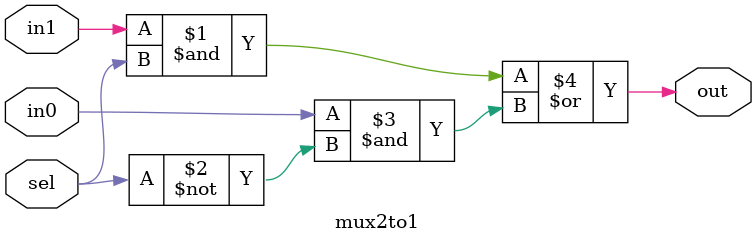
<source format=v>
`timescale 1ns / 1ps
module mux2to1(
    input sel,
    input in0,
    input in1,
    output out
    );
    assign out = in1 & sel | in0 & ~sel;
endmodule

</source>
